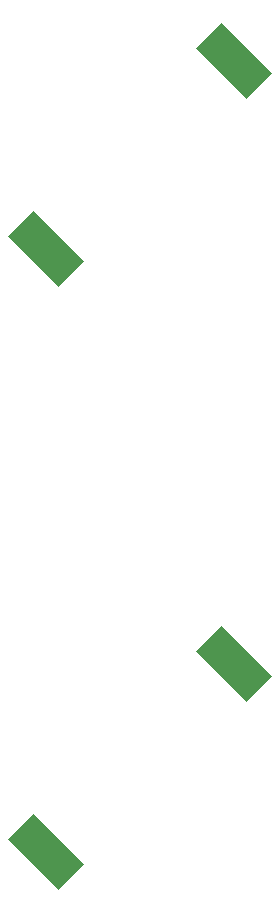
<source format=gtp>
G04 #@! TF.GenerationSoftware,KiCad,Pcbnew,(6.0.9)*
G04 #@! TF.CreationDate,2023-02-03T02:11:26-05:00*
G04 #@! TF.ProjectId,businesscard_panel,62757369-6e65-4737-9363-6172645f7061,rev?*
G04 #@! TF.SameCoordinates,Original*
G04 #@! TF.FileFunction,Paste,Top*
G04 #@! TF.FilePolarity,Positive*
%FSLAX46Y46*%
G04 Gerber Fmt 4.6, Leading zero omitted, Abs format (unit mm)*
G04 Created by KiCad (PCBNEW (6.0.9)) date 2023-02-03 02:11:26*
%MOMM*%
%LPD*%
G01*
G04 APERTURE LIST*
G04 Aperture macros list*
%AMRotRect*
0 Rectangle, with rotation*
0 The origin of the aperture is its center*
0 $1 length*
0 $2 width*
0 $3 Rotation angle, in degrees counterclockwise*
0 Add horizontal line*
21,1,$1,$2,0,0,$3*%
G04 Aperture macros list end*
%ADD10RotRect,3.000000X6.000000X45.000000*%
G04 APERTURE END LIST*
D10*
X103750000Y-146250000D03*
X119659902Y-130340098D03*
X103750000Y-95250000D03*
X119659902Y-79340098D03*
M02*

</source>
